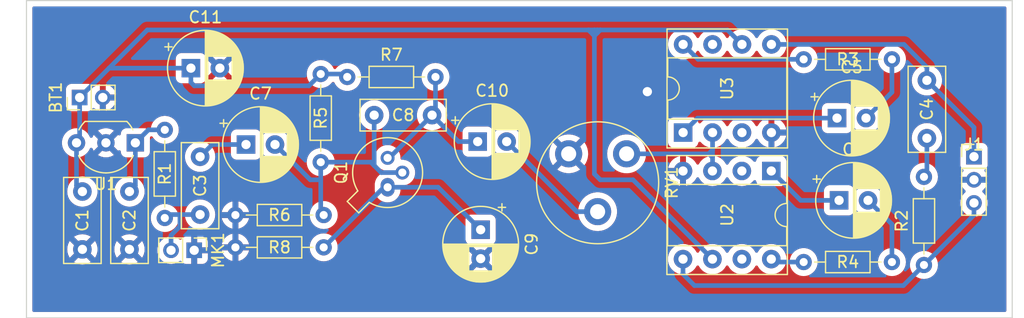
<source format=kicad_pcb>
(kicad_pcb (version 20211014) (generator pcbnew)

  (general
    (thickness 1.6)
  )

  (paper "A4")
  (layers
    (0 "F.Cu" signal)
    (31 "B.Cu" signal)
    (32 "B.Adhes" user "B.Adhesive")
    (33 "F.Adhes" user "F.Adhesive")
    (34 "B.Paste" user)
    (35 "F.Paste" user)
    (36 "B.SilkS" user "B.Silkscreen")
    (37 "F.SilkS" user "F.Silkscreen")
    (38 "B.Mask" user)
    (39 "F.Mask" user)
    (40 "Dwgs.User" user "User.Drawings")
    (41 "Cmts.User" user "User.Comments")
    (42 "Eco1.User" user "User.Eco1")
    (43 "Eco2.User" user "User.Eco2")
    (44 "Edge.Cuts" user)
    (45 "Margin" user)
    (46 "B.CrtYd" user "B.Courtyard")
    (47 "F.CrtYd" user "F.Courtyard")
    (48 "B.Fab" user)
    (49 "F.Fab" user)
    (50 "User.1" user)
    (51 "User.2" user)
    (52 "User.3" user)
    (53 "User.4" user)
    (54 "User.5" user)
    (55 "User.6" user)
    (56 "User.7" user)
    (57 "User.8" user)
    (58 "User.9" user)
  )

  (setup
    (stackup
      (layer "F.SilkS" (type "Top Silk Screen"))
      (layer "F.Paste" (type "Top Solder Paste"))
      (layer "F.Mask" (type "Top Solder Mask") (thickness 0.01))
      (layer "F.Cu" (type "copper") (thickness 0.035))
      (layer "dielectric 1" (type "core") (thickness 1.51) (material "FR4") (epsilon_r 4.5) (loss_tangent 0.02))
      (layer "B.Cu" (type "copper") (thickness 0.035))
      (layer "B.Mask" (type "Bottom Solder Mask") (thickness 0.01))
      (layer "B.Paste" (type "Bottom Solder Paste"))
      (layer "B.SilkS" (type "Bottom Silk Screen"))
      (copper_finish "None")
      (dielectric_constraints no)
    )
    (pad_to_mask_clearance 0)
    (pcbplotparams
      (layerselection 0x0001054_fffffffe)
      (disableapertmacros false)
      (usegerberextensions false)
      (usegerberattributes true)
      (usegerberadvancedattributes true)
      (creategerberjobfile true)
      (svguseinch false)
      (svgprecision 6)
      (excludeedgelayer true)
      (plotframeref false)
      (viasonmask false)
      (mode 1)
      (useauxorigin false)
      (hpglpennumber 1)
      (hpglpenspeed 20)
      (hpglpendiameter 15.000000)
      (dxfpolygonmode true)
      (dxfimperialunits true)
      (dxfusepcbnewfont true)
      (psnegative false)
      (psa4output false)
      (plotreference true)
      (plotvalue true)
      (plotinvisibletext false)
      (sketchpadsonfab false)
      (subtractmaskfromsilk false)
      (outputformat 1)
      (mirror false)
      (drillshape 0)
      (scaleselection 1)
      (outputdirectory "/media/user/Lexar/gerber/ampvol/")
    )
  )

  (net 0 "")
  (net 1 "Net-(C2-Pad1)")
  (net 2 "GND")
  (net 3 "Net-(C3-Pad2)")
  (net 4 "VDD")
  (net 5 "Net-(C5-Pad2)")
  (net 6 "Net-(RV1-Pad3)")
  (net 7 "Net-(U3-Pad1)")
  (net 8 "unconnected-(U2-Pad7)")
  (net 9 "Net-(C6-Pad1)")
  (net 10 "Net-(C4-Pad2)")
  (net 11 "Net-(C3-Pad1)")
  (net 12 "Net-(C4-Pad1)")
  (net 13 "Net-(C6-Pad2)")
  (net 14 "Net-(R5-Pad2)")
  (net 15 "Net-(R7-Pad2)")
  (net 16 "Net-(R8-Pad1)")
  (net 17 "Net-(RV1-Pad2)")
  (net 18 "Net-(R2-Pad1)")
  (net 19 "Net-(U3-Pad8)")
  (net 20 "Net-(R4-Pad1)")
  (net 21 "unconnected-(U2-Pad2)")
  (net 22 "unconnected-(U3-Pad3)")
  (net 23 "unconnected-(U3-Pad7)")

  (footprint "Capacitor_THT:CP_Radial_D6.3mm_P2.50mm" (layer "F.Cu") (at 126.101516 86.106))

  (footprint "Connector_PinHeader_2.00mm:PinHeader_1x03_P2.00mm_Vertical" (layer "F.Cu") (at 137.922 89.44))

  (footprint "Resistor_THT:R_Axial_DIN0204_L3.6mm_D1.6mm_P7.62mm_Horizontal" (layer "F.Cu") (at 83.82 82.55))

  (footprint "Capacitor_THT:CP_Radial_D6.3mm_P2.50mm" (layer "F.Cu") (at 126.278 93.218))

  (footprint "Capacitor_THT:C_Rect_L7.2mm_W2.5mm_P5.00mm_FKS2_FKP2_MKS2_MKP2" (layer "F.Cu") (at 86.146 85.852))

  (footprint "Capacitor_THT:CP_Radial_D6.3mm_P2.50mm" (layer "F.Cu") (at 95.337621 95.758 -90))

  (footprint "Resistor_THT:R_Axial_DIN0204_L3.6mm_D1.6mm_P7.62mm_Horizontal" (layer "F.Cu") (at 123.219895 81.026))

  (footprint "Resistor_THT:R_Axial_DIN0204_L3.6mm_D1.6mm_P7.62mm_Horizontal" (layer "F.Cu") (at 81.534 82.296 -90))

  (footprint "Capacitor_THT:CP_Radial_D6.3mm_P2.50mm" (layer "F.Cu") (at 70.326863 81.788))

  (footprint "Package_TO_SOT_THT:TO-92_Inline_Wide" (layer "F.Cu") (at 65.532 88.244 180))

  (footprint "Capacitor_THT:CP_Radial_D6.3mm_P2.50mm" (layer "F.Cu") (at 75.085242 88.392))

  (footprint "Package_DIP:DIP-8_W7.62mm_Socket" (layer "F.Cu") (at 112.815895 87.356 90))

  (footprint "Capacitor_THT:C_Rect_L7.2mm_W3.0mm_P5.00mm_FKS2_FKP2_MKS2_MKP2" (layer "F.Cu") (at 65.024 92.456 -90))

  (footprint "Connector_PinHeader_2.00mm:PinHeader_1x02_P2.00mm_Vertical" (layer "F.Cu") (at 70.612 97.536 -90))

  (footprint "Potentiometer_THT:Potentiometer_Piher_PT-10-V05_Vertical" (layer "F.Cu") (at 102.935 89.195 -90))

  (footprint "Capacitor_THT:C_Rect_L7.2mm_W3.0mm_P5.00mm_FKS2_FKP2_MKS2_MKP2" (layer "F.Cu") (at 60.96 92.456 -90))

  (footprint "Resistor_THT:R_Axial_DIN0204_L3.6mm_D1.6mm_P7.62mm_Horizontal" (layer "F.Cu") (at 81.788 94.488 180))

  (footprint "Package_DIP:DIP-8_W7.62mm_Socket" (layer "F.Cu") (at 120.425895 90.678 -90))

  (footprint "Capacitor_THT:C_Rect_L7.2mm_W3.0mm_P5.00mm_FKS2_FKP2_MKS2_MKP2" (layer "F.Cu") (at 71.12 94.448 90))

  (footprint "Connector_PinHeader_2.00mm:PinHeader_1x02_P2.00mm_Vertical" (layer "F.Cu") (at 60.722 84.328 90))

  (footprint "Package_TO_SOT_THT:TO-18-3" (layer "F.Cu") (at 87.306724 92.086552 90))

  (footprint "Resistor_THT:R_Axial_DIN0204_L3.6mm_D1.6mm_P7.62mm_Horizontal" (layer "F.Cu") (at 81.788 97.282 180))

  (footprint "Resistor_THT:R_Axial_DIN0204_L3.6mm_D1.6mm_P7.62mm_Horizontal" (layer "F.Cu") (at 133.604 98.806 90))

  (footprint "Capacitor_THT:CP_Radial_D6.3mm_P2.50mm" (layer "F.Cu") (at 95.083621 88.138))

  (footprint "Resistor_THT:R_Axial_DIN0204_L3.6mm_D1.6mm_P7.62mm_Horizontal" (layer "F.Cu") (at 123.219895 98.552))

  (footprint "Capacitor_THT:C_Rect_L7.2mm_W3.0mm_P5.00mm_FKS2_FKP2_MKS2_MKP2" (layer "F.Cu") (at 133.858 87.844 90))

  (footprint "Resistor_THT:R_Axial_DIN0204_L3.6mm_D1.6mm_P7.62mm_Horizontal" (layer "F.Cu") (at 68.072 87.122 -90))

  (gr_line (start 56.134 103.378) (end 56.134 75.946) (layer "Edge.Cuts") (width 0.1) (tstamp 6ef1a2da-2b7c-43d8-bb64-c549057ce44e))
  (gr_line (start 141.224 103.378) (end 56.134 103.378) (layer "Edge.Cuts") (width 0.1) (tstamp 8f6eebb9-341b-4f12-be05-1e740db3e831))
  (gr_line (start 141.224 75.946) (end 141.224 103.378) (layer "Edge.Cuts") (width 0.1) (tstamp 93f120ba-8cac-492e-a9cb-a86d09d2aefc))
  (gr_line (start 56.134 75.946) (end 141.224 75.946) (layer "Edge.Cuts") (width 0.1) (tstamp fb12e3f7-4ccb-428c-9e67-1e9fae4a4886))

  (segment (start 68.072 87.122) (end 66.654 87.122) (width 0.4) (layer "B.Cu") (net 1) (tstamp 7801c2ae-368e-451e-bc58-d1423c95ca99))
  (segment (start 65.532 88.244) (end 65.532 91.948) (width 0.4) (layer "B.Cu") (net 1) (tstamp e89271f9-e5ad-4b35-a4c5-6b2141730258))
  (segment (start 65.532 91.948) (end 65.024 92.456) (width 0.4) (layer "B.Cu") (net 1) (tstamp eeef0ae2-5104-479b-bc11-4ff6aece825b))
  (segment (start 66.654 87.122) (end 65.532 88.244) (width 0.4) (layer "B.Cu") (net 1) (tstamp fe40a075-5620-4fba-99a3-b4f91f32d4f3))
  (via (at 109.728 83.82) (size 1.5) (drill 0.8) (layers "F.Cu" "B.Cu") (free) (net 2) (tstamp 7bbee15c-7f88-4db1-994c-9c576d63b34a))
  (segment (start 72.176 88.392) (end 71.12 89.448) (width 0.4) (layer "B.Cu") (net 3) (tstamp 51dece19-ca9c-4098-b32d-b6d8f3e62dc7))
  (segment (start 75.085242 88.392) (end 72.176 88.392) (width 0.4) (layer "B.Cu") (net 3) (tstamp 7d7ac85a-9e7e-4aac-a94d-22d7a0fd0a10))
  (segment (start 105.41 78.74) (end 105.664 78.486) (width 0.4) (layer "B.Cu") (net 4) (tstamp 08bb0f11-ee6c-4b12-96b0-0d1bd425e326))
  (segment (start 63.262 81.788) (end 60.722 84.328) (width 0.4) (layer "B.Cu") (net 4) (tstamp 196c4930-aebc-4a9c-97bd-8ed1c2981cbc))
  (segment (start 115.345895 98.298) (end 108.487895 91.44) (width 0.4) (layer "B.Cu") (net 4) (tstamp 1a1a183b-0f57-4640-a686-d39c7a1b0198))
  (segment (start 60.452 91.948) (end 60.96 92.456) (width 0.4) (layer "
... [382691 chars truncated]
</source>
